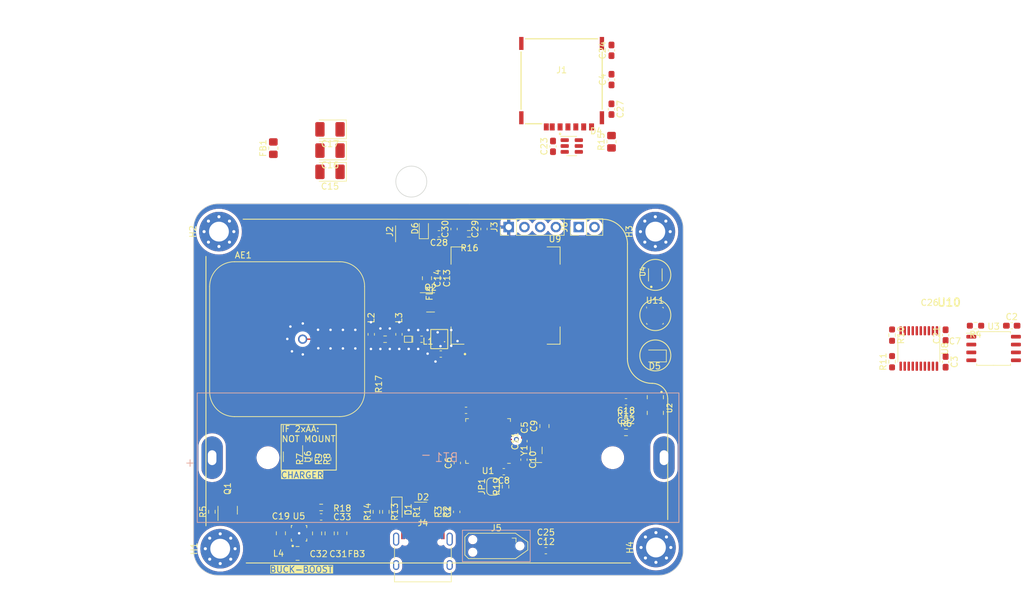
<source format=kicad_pcb>
(kicad_pcb (version 20221018) (generator pcbnew)
  (layers (0 "F.Cu" signal) (1 "In1.Cu" power) (2 "In2.Cu" power) (31 "B.Cu" signal) (34 "B.Paste" user) (35 "F.Paste" user) (36 "B.SilkS" user "B.Silkscreen") (37 "F.SilkS" user "F.Silkscreen") (38 "B.Mask" user) (39 "F.Mask" user) (44 "Edge.Cuts" user))
  (net 0 "")
  (net 3 "/LSE IN")
  (net 6 "/LSE OUT")
  (net 7 "Net-(U2-VDD)")
  (net 8 "/GNSS_ANT_RF")
  (net 9 "/GSM_M_RF")
  (net 10 "Net-(U2-VDDIO)")
  (net 13 "Net-(Q1-G)")
  (net 14 "/_QSPI_NCS")
  (net 15 "/QSPI_CLK")
  (net 16 "/QSPI_IO3")
  (net 17 "/CTS3V")
  (net 20 "Net-(Q2-C)")
  (net 21 "/DTR")
  (net 22 "/RI")
  (net 23 "GNSS_RF")
  (net 24 "/DCD")
  (net 25 "/CTS")
  (net 26 "/RTS")
  (net 27 "/TX")
  (net 31 "+1V8")
  (net 35 "Net-(J6-Pin_1)")
  (net 36 "Net-(J6-Pin_2)")
  (net 37 "Net-(U4-VDD)")
  (net 39 "IMU_INT1")
  (net 40 "/VDD")
  (net 41 "/RST")
  (net 42 "/CLK")
  (net 43 "/DATA")
  (net 60 "/RX")
  (net 61 "IMU_INT2")
  (net 63 "GSM_RF")
  (net 65 "SIM_DETECT")
  (net 66 "/GSM_ANT_RF")
  (net 68 "GND")
  (net 70 "_RESET")
  (net 71 "+5V")
  (net 72 "Net-(U2-CS)")
  (net 73 "USB_P")
  (net 74 "USB_N")
  (net 75 "/USB_CC1")
  (net 77 "/USB_CC2")
  (net 79 "SWDIO")
  (net 80 "SWDCLK")
  (net 81 "SWO")
  (net 84 "+3V3")
  (net 85 "/QSPI_IO2")
  (net 86 "/QSPI_IO1")
  (net 87 "/QSPI_IO0")
  (net 88 "/RX3V")
  (net 89 "SDA")
  (net 90 "SCL")
  (net 91 "Net-(U11-CSB)")
  (net 92 "+BATT")
  (net 93 "Net-(U6-PROG)")
  (net 94 "Net-(U6-STAT)")
  (net 95 "CHARGE_STAT")
  (net 96 "Net-(U8-A8)")
  (net 97 "Net-(U8-B8)")
  (net 98 "USB_VBUS")
  (net 99 "/DCD3V")
  (net 100 "/DTR3V")
  (net 101 "/RI3V")
  (net 102 "/RTS3V")
  (net 105 "/VCC_LNA")
  (net 106 "GSM_EN")
  (net 107 "GNSS_EN")
  (net 108 "/SAW_RF")
  (net 109 "/LNA_RF")
  (net 114 "/TX3V")
  (net 115 "_LIGHT_INT")
  (net 116 "Net-(U11-VDD)")
  (net 117 "/GNSS_M_RF")
  (net 118 "Net-(U5-SS)")
  (net 119 "Net-(U5-PG)")
  (net 120 "/+BATTERY")
  (net 121 "/GND_SHIELD")
  (net 122 "/+GSM_VBAT")
  (net 123 "/+VOUT")
  (net 124 "/+VBUS")
  (net 125 "_LED")
  (net 126 "/+LED")
  (net 127 "/IND1")
  (net 128 "/IND2")
  (net 132 "/BOOT0")
  (footprint "Diode_SMD:D_0603_1608Metric_Pad1.05x0.95mm_HandSolder" (layer "F.Cu") (at 79.6544 119.9782 90)
    (fp_text reference "D6")
    (fp_text value "TVS 5V")
  )
  (footprint "Capacitor_SMD:C_0603_1608Metric_Pad1.08x0.95mm_HandSolder" (layer "F.Cu") (at 100.4912 106.7338 90)
    (fp_text reference "C23")
    (fp_text value "100n")
  )
  (footprint "personal:SON65P200X200X65-7N" (layer "F.Cu") (at 117 127.485 90)
    (fp_text reference "U4")
    (fp_text value "OPT3001DNPR")
  )
  (footprint "Resistor_SMD:R_0603_1608Metric_Pad0.98x0.95mm_HandSolder" (layer "F.Cu") (at 112.268 152.923)
    (fp_text reference "R6")
    (fp_text value "4k7")
  )
  (footprint "Capacitor_SMD:C_0805_2012Metric_Pad1.18x1.45mm_HandSolder" (layer "F.Cu") (at 64.4652 169.2214 90)
    (fp_text reference "C31")
    (fp_text value "10u")
  )
  (footprint "Capacitor_Tantalum_SMD:CP_EIA-3528-15_AVX-H_Pad1.50x2.35mm_HandSolder" (layer "F.Cu") (at 64.5154 107.4166 180)
    (fp_text reference "C16")
    (fp_text value "100uF")
  )
  (footprint "Capacitor_SMD:C_0603_1608Metric" (layer "F.Cu") (at 89.3572 120.0782 90)
    (fp_text reference "C29")
    (fp_text value "0p")
  )
  (footprint "NetTie:NetTie-2_SMD_Pad0.5mm" (layer "F.Cu") (at 115.5 128.5 180)
    (fp_text reference "NT4" hide)
    (fp_text value "NetTie_2" hide)
  )
  (footprint "Connector_PinHeader_2.54mm:PinHeader_1x04_P2.54mm_Vertical" (layer "F.Cu") (at 93.345 119.761 90)
    (fp_text reference "J3")
    (fp_text value "GSM_USB")
  )
  (footprint "Resistor_SMD:R_0603_1608Metric_Pad0.98x0.95mm_HandSolder" (layer "F.Cu") (at 81.91 165.748 -90)
    (fp_text reference "R2")
    (fp_text value "5k1")
  )
  (footprint "Resistor_SMD:R_0603_1608Metric_Pad0.98x0.95mm_HandSolder" (layer "F.Cu") (at 73.528 165.748 -90)
    (fp_text reference "R13")
    (fp_text value "47k")
  )
  (footprint "Resistor_SMD:R_0603_1608Metric_Pad0.98x0.95mm_HandSolder" (layer "F.Cu") (at 62.611 157.226 -90)
    (fp_text reference "R8")
    (fp_text value "47k")
  )
  (footprint "NetTie:NetTie-2_SMD_Pad0.5mm" (layer "F.Cu") (at 114.935 147.97 180)
    (fp_text reference "NT2" hide)
    (fp_text value "NetTie_2" hide)
  )
  (footprint "LED_SMD:LED_0805_2012Metric_Pad1.15x1.40mm_HandSolder" (layer "F.Cu") (at 116.914213 140.575787 180)
    (fp_text reference "D5")
    (fp_text value "LED")
  )
  (footprint "Capacitor_SMD:C_0603_1608Metric_Pad1.08x0.95mm_HandSolder" (layer "F.Cu") (at 99.3405 172.0088)
    (fp_text reference "C12")
    (fp_text value "100n")
  )
  (footprint "Package_TO_SOT_SMD:SOT-23-5" (layer "F.Cu") (at 58.547 156.845 -90)
    (fp_text reference "U6")
    (fp_text value "MCP73831-2-OT")
  )
  (footprint "Inductor_SMD:L_0603_1608Metric" (layer "F.Cu") (at 71.1708 137.0839 90)
    (fp_text reference "L2")
    (fp_text value "0L")
  )
  (footprint "Package_TO_SOT_SMD:SOT-23" (layer "F.Cu") (at 80.7389 131.919)
    (fp_text reference "Q2")
    (fp_text value "DTC143Z")
  )
  (footprint "Capacitor_SMD:C_0603_1608Metric" (layer "F.Cu") (at 84.5312 120.0782 90)
    (fp_text reference "C30")
    (fp_text value "0p")
  )
  (footprint "MountingHole:MountingHole_3.2mm_M3_Pad_Via" (layer "F.Cu") (at 46.802944 171.697056 90)
    (fp_text reference "H1")
    (fp_text value "MountingHole_Pad")
  )
  (footprint "Capacitor_SMD:C_0805_2012Metric_Pad1.18x1.45mm_HandSolder" (layer "F.Cu") (at 62.4332 169.2214 90)
    (fp_text reference "C32")
    (fp_text value "10u")
  )
  (footprint "Capacitor_SMD:C_0603_1608Metric_Pad1.08x0.95mm_HandSolder" (layer "F.Cu") (at 86.4605 149.352)
    (fp_text reference "C7")
    (fp_text value "100n")
  )
  (footprint "Capacitor_SMD:C_0805_2012Metric_Pad1.18x1.45mm_HandSolder" (layer "F.Cu") (at 56.5912 169.2054 -90)
    (fp_text reference "C19")
    (fp_text value "10u")
  )
  (footprint "NetTie:NetTie-2_SMD_Pad0.5mm" (layer "F.Cu") (at 119.126 148.986)
    (fp_text reference "NT5" hide)
    (fp_text value "NetTie_2" hide)
  )
  (footprint "Package_TO_SOT_SMD:SOT-23" (layer "F.Cu") (at 48.006 165.481 90)
    (fp_text reference "Q1")
    (fp_text value "IRLML6401")
  )
  (footprint "MountingHole:MountingHole_3.2mm_M3_Pad_Via" (layer "F.Cu") (at 46.6 120.5 90)
    (fp_text reference "H2")
    (fp_text value "MountingHole_Pad")
  )
  (footprint "Capacitor_SMD:C_0603_1608Metric_Pad1.08x0.95mm_HandSolder" (layer "F.Cu") (at 163.83 141.5288 -90)
    (fp_text reference "C3")
    (fp_text value "100n")
  )
  (footprint "Diode_SMD:D_SOD-323_HandSoldering" (layer "F.Cu") (at 75.306 165.367 -90)
    (fp_text reference "D1")
    (fp_text value "BAT60A")
  )
  (footprint "MountingHole:MountingHole_3.2mm_M3_Pad_Via" (layer "F.Cu") (at 117 120.5 90)
    (fp_text reference "H3")
    (fp_text value "MountingHole_Pad")
  )
  (footprint "Capacitor_SMD:C_0603_1608Metric_Pad1.08x0.95mm_HandSolder" (layer "F.Cu") (at 82.0939 120.8532 180)
    (fp_text reference "C28")
    (fp_text value "100p")
  )
  (footprint "Inductor_SMD:L_1008_2520Metric_Pad1.43x2.20mm_HandSolder" (layer "F.Cu") (at 59.2836 172.4566 180)
    (fp_text reference "L4")
    (fp_text value "1.5uH")
  )
  (footprint "Capacitor_SMD:C_0603_1608Metric" (layer "F.Cu") (at 95.8077 157.3276 -90)
    (fp_text reference "C10")
    (fp_text value "22p")
  )
  (footprint "Resistor_SMD:R_0603_1608Metric_Pad0.98x0.95mm_HandSolder" (layer "F.Cu") (at 64.135 157.226 90)
    (fp_text reference "R9")
    (fp_text value "47k")
  )
  (footprint "Resistor_SMD:R_0603_1608Metric_Pad0.98x0.95mm_HandSolder" (layer "F.Cu") (at 86.9207 120.8532 180)
    (fp_text reference "R16")
    (fp_text value "0R")
  )
  (footprint "Resistor_SMD:R_0603_1608Metric_Pad0.98x0.95mm_HandSolder" (layer "F.Cu") (at 63.0917 165.0398 180)
    (fp_text reference "R18")
    (fp_text value "1M")
  )
  (footprint "Jumper:SolderJumper-2_P1.3mm_Open_RoundedPad1.0x1.5mm" (layer "F.Cu") (at 90.805 161.671 90)
    (fp_text reference "JP1")
    (fp_text value "SolderJumper_2_Open")
  )
  (footprint "Resistor_SMD:R_0603_1608Metric_Pad0.98x0.95mm_HandSolder" (layer "F.Cu") (at 92.837 161.671 90)
    (fp_text reference "R19")
    (fp_text value "10k")
  )
  (footprint "Resistor_SMD:R_0603_1608Metric_Pad0.98x0.95mm_HandSolder" (layer "F.Cu") (at 155.194 141.5053 90)
    (fp_text reference "R11")
    (fp_text value "47k")
  )
  (footprint "Capacitor_SMD:C_0603_1608Metric_Pad1.08x0.95mm_HandSolder" (layer "F.Cu") (at 92.5565 159.258 180)
    (fp_text reference "C8")
    (fp_text value "100n")
  )
  (footprint "Capacitor_SMD:C_0603_1608Metric_Pad1.08x0.95mm_HandSolder" (layer "F.Cu") (at 81.935 128.0226 -90)
    (fp_text reference "C13")
    (fp_text value "100n")
  )
  (footprint "personal:GCT_SIM8066-6-1-14-01-A_REVA" (layer "F.Cu") (at 101.8832 96.2248 180)
    (fp_text reference "J1")
    (fp_text value "Nano SIM")
  )
  (footprint "Capacitor_SMD:C_0603_1608Metric_Pad1.08x0.95mm_HandSolder" (layer "F.Cu") (at 174.498 135.6868)
    (fp_text reference "C2")
    (fp_text value "100n")
  )
  (footprint "Resistor_SMD:R_0603_1608Metric_Pad0.98x0.95mm_HandSolder" (layer "F.Cu") (at 83.434 165.748 90)
    (fp_text reference "R3")
    (fp_text value "1M")
  )
  (footprint "Capacitor_SMD:C_0805_2012Metric_Pad1.18x1.45mm_HandSolder" (layer "F.Cu") (at 80.157 128.0226 -90)
    (fp_text reference "C14")
    (fp_text value "1u")
  )
  (footprint "Capacitor_SMD:C_0603_1608Metric_Pad1.08x0.95mm_HandSolder" (layer "F.Cu") (at 112.268 147.97 180)
    (fp_text reference "C18")
    (fp_text value "100n")
  )
  (footprint "Resistor_SMD:R_0603_1608Metric_Pad0.98x0.95mm_HandSolder" (layer "F.Cu") (at 61.087 157.226 90)
    (fp_text reference "R7")
    (fp_text value "2k5")
  )
  (footprint "personal:QFN50P250X250X100-12N" (layer "F.Cu") (at 59.521 169.2094 90)
    (fp_text reference "U5")
    (fp_text value "TPS63051")
  )
  (footprint "Capacitor_SMD:C_0603_1608Metric_Pad1.08x0.95mm_HandSolder" (layer "F.Cu") (at 82.3933 140.2654 180)
    (fp_text reference "C26")
    (fp_text value "100n")
  )
  (footprint "Capacitor_SMD:C_0603_1608Metric" (layer "F.Cu") (at 95.8077 154.3304 90)
    (fp_text reference "C11")
    (fp_text value "22p")
  )
  (footprint "Capacitor_SMD:C_0603_1608Metric_Pad1.08x0.95mm_HandSolder" (layer "F.Cu") (at 97.3317 152.146 90)
    (fp_text reference "C5")
    (fp_text value "100n")
  )
  (footprint "personal:XDCR_APAE1590R2540AKDB1-T" (layer "F.Cu") (at 57.6016 137.8638 -90)
    (fp_text reference "AE1")
    (fp_text value "GNSS Antenna")
  )
  (footprint "Capacitor_SMD:C_0603_1608Metric_Pad1.08x0.95mm_HandSolder" (layer "F.Cu") (at 112.268 149.621 180)
    (fp_text reference "C22")
    (fp_text value "100n")
  )
  (footprint "Connector_PinHeader_2.54mm:PinHeader_1x02_P2.54mm_Vertical" (layer "F.Cu") (at 104.648 119.761 90)
    (fp_text reference "J6")
    (fp_text value "GSM_DEBUG_UART")
  )
  (footprint "Package_SO:TSSOP-20_4.4x6.5mm_P0.65mm" (layer "F.Cu") (at 159.512 139.3698 -90)
    (fp_text reference "U8")
    (fp_text value "TXB0108PWR")
  )
  (footprint "Resistor_SMD:R_0603_1608Metric_Pad0.98x0.95mm_HandSolder" (layer "F.Cu") (at 155.194 137.2108 -90)
    (fp_text reference "R10")
    (fp_text value "47k")
  )
  (footprint "NetTie:NetTie-2_SMD_Pad0.5mm" (layer "F.Cu") (at 83.2823 139.6304 -90)
    (fp_text reference "NT6" hide)
    (fp_text value "NetTie_2" hide)
  )
  (footprint "Capacitor_Tantalum_SMD:CP_EIA-3528-15_AVX-H_Pad1.50x2.35mm_HandSolder" (layer "F.Cu") (at 64.5154 103.9876 180)
    (fp_text reference "C17")
    (fp_text value "100uF")
  )
  (footprint "Package_LGA:Bosch_LGA-8_2.5x2.5mm_P0.65mm_ClockwisePinNumbering" (layer "F.Cu") (at 116.939213 134.075787)
    (fp_text reference "U11")
    (fp_text value "BME280")
  )
  (footprint "personal:XCVR_SIM7080G" (layer "F.Cu") (at 92.8432 130.824 90)
    (fp_text reference "U9")
    (fp_text value "SIM7080G")
  )
  (footprint "Capacitor_SMD:C_0603_1608Metric_Pad1.08x0.95mm_HandSolder" (layer "F.Cu") (at 109.9252 100.7298 -90)
    (fp_text reference "C27")
    (fp_text value "100n")
  )
  (footprint "Resistor_SMD:R_0603_1608Metric" (layer "F.Cu") (at 73.406 137.8714 180)
    (fp_text reference "R17")
    (fp_text value "0R")
  )
  (footprint "Resistor_SMD:R_0805_2012Metric_Pad1.20x1.40mm_HandSolder" (layer "F.Cu") (at 55.372 107.0196 90)
    (fp_text reference "FB1")
    (fp_text value "330")
  )
  (footprint "personal:BGA524N6E6327" (layer "F.Cu") (at 82.1436 137.8714 90)
    (fp_text reference "U10")
    (fp_text value "BGA 524N6 E6327" hide)
  )
  (footprint "Connector_USB:USB_C_Receptacle_XKB_U262-16XN-4BVC11" (layer "F.Cu") (at 79.502 173.259)
    (fp_text reference "J4")
    (fp_text value "USB Type-C")
  )
  (footprint "Filter:Filter_1109-5_1.1x0.9mm" (layer "F.Cu") (at 77.1144 137.8714 180)
    (fp_text reference "FL1")
    (fp_text value "SAFFB1G56KB0F0A")
  )
  (footprint "Capacitor_SMD:C_0805_2012Metric_Pad1.18x1.45mm_HandSolder" (layer "F.Cu") (at 99.1097 151.892 90)
    (fp_text reference "C9")
    (fp_text value "10u")
  )
  (footprint "personal:PQFN50P250X300X86-14N" (layer "F.Cu") (at 117 148.5 -90)
    (fp_text reference "U2")
    (fp_text value "LSM6DSO")
  )
  (footprint "Resistor_SMD:R_0603_1608Metric_Pad0.98x0.95mm_HandSolder" (layer "F.Cu") (at 45.466 165.735 90)
    (fp_text reference "R5")
    (fp_text value "100k")
  )
  (footprint "Inductor_SMD:L_0603_1608Metric" (layer "F.Cu") (at 75.6412 137.0839 90)
    (fp_text reference "L3")
    (fp_text value "0L")
  )
  (footprint "NetTie:NetTie-2_SMD_Pad0.5mm" (layer "F.Cu") (at 116.078 132.095 180)
    (fp_text reference "NT3" hide)
    (fp_text value "NetTie_2" hide)
  )
  (footprint "Capacitor_SMD:C_0603_1608Metric_Pad1.08x0.95mm_HandSolder" (layer "F.Cu") (at 109.9252 91.2298 90)
    (fp_text reference "C24")
    (fp_text value "100n")
  )
  (footprint "Resistor_SMD:R_0805_2012Metric_Pad1.20x1.40mm_HandSolder" (layer "F.Cu") (at 66.4972 169.2054 90)
    (fp_text reference "FB3")
    (fp_text value "330")
  )
  (footprint "Package_SO:SOIC-8_5.23x5.23mm_P1.27mm" (layer "F.Cu") (at 171.577 139.3698)
    (fp_text reference "U3")
    (fp_text value "W25Q64JV")
  )
  (footprint "Resistor_SMD:R_0805_2012Metric_Pad1.20x1.40mm_HandSolder" (layer "F.Cu") (at 109.9312 105.9848 90)
    (fp_text reference "R15")
    (fp_text value "1k")
  )
  (footprint "Inductor_SMD:L_0603_1608Metric" (layer "F.Cu") (at 79.2988 137.8714 180)
    (fp_text reference "L1")
    (fp_text value "8.2nH")
  )
  (footprint "Package_TO_SOT_SMD:SOT-23-6" (layer "F.Cu") (at 103.5207 106.6748)
    (fp_text reference "D4")
    (fp_text value "SMF05CT1G")
  )
  (footprint "Crystal:Crystal_SMD_EuroQuartz_EQ161-2Pin_3.2x1.5mm" (layer "F.Cu") (at 97.7889 155.829 90)
    (fp_text reference "Y1")
    (fp_text value "32.768")
  )
  (footprint "Package_TO_SOT_SMD:SOT-143" (layer "F.Cu") (at 79.497 165.748)
    (fp_text reference "D2")
    (fp_text value "PRTR5V0U2X")
  )
  (footprint "MountingHole:MountingHole_3.2mm_M3_Pad_Via" (layer "F.Cu") (at 117.1 171.5 90)
    (fp_text reference "H4")
    (fp_text value "MountingHole_Pad")
  )
  (footprint "Capacitor_SMD:C_0603_1608Metric_Pad1.08x0.95mm_HandSolder" (layer "F.Cu") (at 109.9312 95.9518 90)
    (fp_text reference "C4")
    (fp_text value "100n")
  )
  (footprint "NetTie:NetTie-2_SMD_Pad0.5mm" (layer "F.Cu") (at 115.316 135.016 180)
    (fp_text reference "NT7" hide)
    (fp_text value "NetTie_2" hide)
  )
  (footprint "Resistor_SMD:R_0603_1608Metric_Pad0.98x0.95mm_HandSolder" (layer "F.Cu") (at 112.268 151.272)
    (fp_text reference "R12")
    (fp_text value "4k7")
  )
  (footprint "Connector:Tag-Connect_TC2050-IDC-NL_2x05_P1.27mm_Vertical_with_bottom_clip" (layer "F.Cu") (at 91.348 171.254 180)
    (fp_text reference "J5")
    (fp_text value "TagConnect SWD ARM")
  )
  (footprint "Capacitor_SMD:C_0603_1608Metric_Pad1.08x0.95mm_HandSolder" (layer "F.Cu") (at 99.3405 170.4848)
    (fp_text reference "C25")
    (fp_text value "100n")
  )
  (footprint "NetTie:NetTie-2_SMD_Pad0.5mm" (layer "F.Cu") (at 114.935 149.748 180)
    (fp_text reference "NT1" hide)
    (fp_text value "NetTie_2" hide)
  )
  (footprint "Capacitor_Tantalum_SMD:CP_EIA-3528-15_AVX-H_Pad1.50x2.35mm_HandSolder" (layer "F.Cu") (at 64.5154 110.8456 180)
    (fp_text reference "C15")
    (fp_text value "100uF")
  )
  (footprint "Capacitor_SMD:C_0603_1608Metric_Pad1.08x0.95mm_HandSolder" (layer "F.Cu") (at 163.83 137.2108 90)
    (fp_text reference "C21")
    (fp_text value "100n")
  )
  (footprint "Resistor_SMD:R_0603_1608Metric_Pad0.98x0.95mm_HandSolder" (layer "F.Cu") (at 168.656 135.6868 180)
    (fp_text reference "R4")
    (fp_text value "10k")
  )
  (footprint "Resistor_SMD:R_0603_1608Metric_Pad0.98x0.95mm_HandSolder" (layer "F.Cu") (at 72.004 165.748 90)
    (fp_text reference "R14")
    (fp_text value "47k")
  )
  (footprint "Capacitor_SMD:C_0603_1608Metric_Pad1.08x0.95mm_HandSolder" (layer "F.Cu") (at 84.958 165.748 90)
    (fp_text reference "C1")
    (fp_text value "4n7")
  )
  (footprint "Resistor_SMD:R_0603_1608Metric_Pad0.98x0.95mm_HandSolder" (layer "F.Cu") (at 77.084 165.748 -90)
    (fp_text reference "R1")
    (fp_text value "5k1")
  )
  (footprint "Capacitor_SMD:C_0603_1608Metric_Pad1.08x0.95mm_HandSolder" (layer "F.Cu") (at 85.0635 157.861 90)
    (fp_text reference "C6")
    (fp_text value "100n")
  )
  (footprint "personal:HRS_U.FL-R-SMT_01_" (layer "F.Cu") (at 76.4032 120.8532 90)
    (fp_text reference "J2")
    (fp_text value "U.FL Antenna Connector (Male)")
  )
  (footprint "Capacitor_SMD:C_0603_1608Metric_Pad1.08x0.95mm_HandSolder" (layer "F.Cu") (at 63.0917 166.5638)
    (fp_text reference "C33")
    (fp_text value "1n")
  )
  (footprint "Package_DFN_QFN:QFN-48-1EP_7x7mm_P0.5mm_EP5.6x5.6mm" (layer "F.Cu") (at 90.0165 154.305 180)
    (fp_text reference "U1")
    (fp_text value "STM32L433CBUx")
  )
  (footprint "personal:BAT_BH-18650-PC" (layer "B.Cu") (at 81.95 157 180)
    (fp_text reference "BT1")
    (fp_text value "18650 Li-Ion")
  )
  (gr_line (start 84.005149 137.4648) (end 82.3468 137.4648) (stroke (width 0.2032)) (layer "F.Cu"))
  (gr_arc (start 86.545149 134.9248) (mid 85.8012 136.720851) (end 84.005149 137.4648) (stroke (width 0.2032)) (layer "F.Cu"))
  (gr_arc (start 108.5088 118.5042) (mid 111.337227 119.675773) (end 112.5088 122.5042) (stroke (width 0.15)) (layer "F.SilkS"))
  (gr_arc (start 116.5 145) (mid 118.267767 145.732233) (end 119 147.5) (stroke (width 0.15)) (layer "F.SilkS"))
  (gr_line (start 113 174) (end 51 174) (stroke (width 0.15)) (layer "F.SilkS"))
  (gr_rect (start 80.7688 136.303) (end 83.512 139.4018) (stroke (width 0.15)) (fill none) (layer "F.SilkS"))
  (gr_line (start 119 147.5) (end 119 167) (stroke (width 0.15)) (layer "F.SilkS"))
  (gr_line (start 50.5 118.49) (end 108.5 118.5) (stroke (width 0.15)) (layer "F.SilkS"))
  (gr_line (start 44.5 168) (end 44.5 124.5) (stroke (width 0.15)) (layer "F.SilkS"))
  (gr_circle (center 117 140.49) (end 117 137.99) (stroke (width 0.15)) (fill none) (layer "F.SilkS"))
  (gr_circle (center 117 127.485) (end 117 124.985) (stroke (width 0.15)) (fill none) (layer "F.SilkS"))
  (gr_line (start 112.5 122.5) (end 112.5 141) (stroke (width 0.15)) (layer "F.SilkS"))
  (gr_rect (start 56.642 151.638) (end 65.532 159.004) (stroke (width 0.15)) (fill none) (layer "F.SilkS"))
  (gr_arc (start 116.5 145) (mid 113.671573 143.828427) (end 112.5 141) (stroke (width 0.15)) (layer "F.SilkS"))
  (gr_circle (center 117 133.975) (end 117 131.475) (stroke (width 0.15)) (fill none) (layer "F.SilkS"))
  (gr_line (start 87 116) (end 117.5 116) (stroke (width 0.1)) (layer "Edge.Cuts"))
  (gr_line (start 121.5 172) (end 121.5 120) (stroke (width 0.1)) (layer "Edge.Cuts"))
  (gr_arc (start 42.5 120) (mid 43.671564 117.171564) (end 46.5 116) (stroke (width 0.1)) (layer "Edge.Cuts"))
  (gr_line (start 46.5 116) (end 87 116) (stroke (width 0.1)) (layer "Edge.Cuts"))
  (gr_arc (start 117.5 116) (mid 120.328427 117.171573) (end 121.5 120) (stroke (width 0.1)) (layer "Edge.Cuts"))
  (gr_arc (start 46.5 176) (mid 43.671577 174.828423) (end 42.5 172) (stroke (width 0.1)) (layer "Edge.Cuts"))
  (gr_arc (start 121.5 172) (mid 120.328422 174.828414) (end 117.5 176) (stroke (width 0.1)) (layer "Edge.Cuts"))
  (gr_circle (center 77.6332 112.4204) (end 75.1332 112.4204) (stroke (width 0.1)) (fill none) (layer "Edge.Cuts"))
  (gr_line (start 117.5 176) (end 46.5 176) (stroke (width 0.1)) (layer "Edge.Cuts"))
  (gr_line (start 42.5 172) (end 42.5 120) (stroke (width 0.1)) (layer "Edge.Cuts"))
  (gr_text "CHARGER" (at 56.515 160.401) (layer "F.SilkS" knockout) (effects (font (size 1 1)) (justify left bottom)))
  (gr_text "BUCK-BOOST" (at 54.737 175.641) (layer "F.SilkS" knockout) (effects (font (size 1 1)) (justify left bottom)))
  (gr_text "IF 2xAA:\nNOT MOUNT " (at 56.642 154.559) (layer "F.SilkS") (effects (font (size 1 1)) (justify left bottom)))
  (segment (start 72.581 137.8714) (end 71.1708 137.8714) (width 0.2032) (layer "F.Cu") (net 8))
  (segment (start 60.0508 137.8638) (end 71.1408 137.8638) (width 0.2032) (layer "F.Cu") (net 8))
  (segment (start 84.5312 120.8532) (end 82.9564 120.8532) (width 0.2032) (layer "F.Cu") (net 9))
  (segment (start 86.0082 120.8532) (end 84.5312 120.8532) (width 0.2032) (layer "F.Cu") (net 9))
  (segment (start 84.005149 137.4648) (end 82.3468 137.4648) (width 0.2032) (layer "F.Cu") (net 23))
  (arc (start 86.545149 134.9248) (mid 85.8012 136.720851) (end 84.005149 137.4648) (width 0.2032) (layer "F.Cu") (net 23))
  (arc (start 86.545149 134.9248) (mid 85.8012 136.720851) (end 84.005149 137.4648) (width 0.2032) (layer "F.Cu") (net 23))
  (segment (start 87.8932 120.9132) (end 87.8332 120.8532) (width 0.2032) (layer "F.Cu") (net 63))
  (segment (start 87.8932 122.974) (end 87.8932 120.9132) (width 0.2032) (layer "F.Cu") (net 63))
  (segment (start 87.8332 120.8532) (end 89.3572 120.8532) (width 0.2032) (layer "F.Cu") (net 63))
  (segment (start 81.2314 120.8532) (end 79.6544 120.8532) (width 0.2032) (layer "F.Cu") (net 66))
  (segment (start 79.6544 120.8532) (end 77.9532 120.8532) (width 0.2032) (layer "F.Cu") (net 66))
  (segment (start 81.9182 137.4714) (end 81.9182 136.792) (width 0.2032) (layer "F.Cu") (net 68))
  (segment (start 81.9182 136.792) (end 81.8864 136.7602) (width 0.2032) (layer "F.Cu") (net 68))
  (segment (start 82.3182 139.478) (end 81.5308 140.2654) (width 0.2032) (layer "F.Cu") (net 68))
  (segment (start 82.3182 139.0208) (end 82.3182 139.478) (width 0.2032) (layer "F.Cu") (net 68))
  (segment (start 82.3436 138.9954) (end 82.3182 139.0208) (width 0.2032) (layer "F.Cu") (net 68))
  (segment (start 82.3182 138.2714) (end 82.3182 138.97) (width 0.2032) (layer "F.Cu") (net 68))
  (segment (start 82.3182 138.97) (end 82.3436 138.9954) (width 0.2032) (layer "F.Cu") (net 68))
  (via (at 80.264 136.398) (size 0.8) (drill 0.4) (layers "F.Cu" "B.Cu") (net 68))
  (via (at 58.378369 139.829647) (size 0.8) (drill 0.4) (layers "F.Cu" "B.Cu") (net 68))
  (via (at 78.74 136.398) (size 0.8) (drill 0.4) (layers "F.Cu" "B.Cu") (net 68))
  (via (at 59.5376 169.2054) (size 0.8) (drill 0.4) (layers "F.Cu" "B.Cu") (net 68))
  (via (at 68.6016 136.3638) (size 0.8) (drill 0.4) (layers "F.Cu" "B.Cu") (net 68))
  (via (at 71.12 135.128) (size 0.8) (drill 0.4) (layers "F.Cu" "B.Cu") (net 68))
  (via (at 64.6016 139.3638) (size 0.8) (drill 0.4) (layers "F.Cu" "B.Cu") (net 68))
  (via (at 81.534 141.478) (size 0.8) (drill 0.4) (layers "F.Cu" "B.Cu") (net 68))
  (via (at 75.692 135.128) (size 0.8) (drill 0.4) (layers "F.Cu" "B.Cu") (net 68))
  (via (at 58.128369 135.829647) (size 0.8) (drill 0.4) (layers "F.Cu" "B.Cu") (net 68))
  (via (at 81.8864 136.7602) (size 0.8) (drill 0.4) (layers "F.Cu" "B.Cu") (net 68))
  (via (at 74.168 139.446) (size 0.8) (drill 0.4) (layers "F.Cu" "B.Cu") (net 68))
  (via (at 66.6016 139.3638) (size 0.8) (drill 0.4) (layers "F.Cu" "B.Cu") (net 68))
  (via (at 62.628369 139.329647) (size 0.8) (drill 0.4) (layers "F.Cu" "B.Cu") (net 68))
  (via (at 64.6016 136.3638) (size 0.8) (drill 0.4) (layers "F.Cu" "B.Cu") (net 68))
  (via (at 57.628369 137.829647) (size 0.8) (drill 0.4) (layers "F.Cu" "B.Cu") (net 68))
  (via (at 78.74 139.446) (size 0.8) (drill 0.4) (layers "F.Cu" "B.Cu") (net 68))
  (via (at 72.644 139.446) (size 0.8) (drill 0.4) (layers "F.Cu" "B.Cu") (net 68))
  (via (at 68.6016 139.3638) (size 0.8) (drill 0.4) (layers "F.Cu" "B.Cu") (net 68))
  (via (at 60.128369 140.329647) (size 0.8) (drill 0.4) (layers "F.Cu" "B.Cu") (net 68))
  (via (at 62.5856 136.3472) (size 0.8) (drill 0.4) (layers "F.Cu" "B.Cu") (net 68))
  (via (at 84.074 136.398) (size 0.8) (drill 0.4) (layers "F.Cu" "B.Cu") (net 68))
  (via (at 77.216 136.398) (size 0.8) (drill 0.4) (layers "F.Cu" "B.Cu") (net 68))
  (via (at 66.6016 136.3638) (size 0.8) (drill 0.4) (layers "F.Cu" "B.Cu") (net 68))
  (via (at 75.692 139.446) (size 0.8) (drill 0.4) (layers "F.Cu" "B.Cu") (net 68))
  (via (at 72.644 136.144) (size 0.8) (drill 0.4) (layers "F.Cu" "B.Cu") (net 68))
  (via (at 85.09 138.176) (size 0.8) (drill 0.4) (layers "F.Cu" "B.Cu") (net 68))
  (via (at 74.168 136.144) (size 0.8) (drill 0.4) (layers "F.Cu" "B.Cu") (net 68))
  (via (at 77.216 139.446) (size 0.8) (drill 0.4) (layers "F.Cu" "B.Cu") (net 68))
  (via (at 82.3436 138.9954) (size 0.8) (drill 0.4) (layers "F.Cu" "B.Cu") (net 68))
  (via (at 71.12 139.446) (size 0.8) (drill 0.4) (layers "F.Cu" "B.Cu") (net 68))
  (via (at 80.264 140.208) (size 0.8) (drill 0.4) (layers "F.Cu" "B.Cu") (net 68))
  (via (at 60.128369 135.329647) (size 0.8) (drill 0.4) (layers "F.Cu" "B.Cu") (net 68))
  (via (at 84.074 138.938) (size 0.8) (drill 0.4) (layers "F.Cu" "B.Cu") (net 68))
  (via (at 94.5885 154.051) (size 0.8) (drill 0.4) (layers "F.Cu" "B.Cu") (net 70))
  (segment (start 77.4994 137.8714) (end 78.5113 137.8714) (width 0.2032) (layer "F.Cu") (net 108))
  (segment (start 81.9436 137.8714) (end 80.0863 137.8714) (width 0.2032) (layer "F.Cu") (net 109))
  (segment (start 76.7294 138.1214) (end 75.8912 138.1214) (width 0.2032) (layer "F.Cu") (net 117))
  (segment (start 75.6412 137.8714) (end 74.231 137.8714) (width 0.2032) (layer "F.Cu") (net 117))
  (segment (start 75.8912 138.1214) (end 75.6412 137.8714) (width 0.2032) (layer "F.Cu") (net 117))
  (zone (net 128) (net_name "/IND2") (layer "F.Cu") (priority 3) (connect_pads yes (clearance 0)) (min_thickness 0.25) (fill yes (thermal_gap 0.5) (thermal_bridge_width 0.5))
    (polygon (pts (xy 59.6392 170.7294) (xy 59.6392 173.5742) (xy 61.1632 173.5742) (xy 61.1632 171.339) (xy 60.2996 171.339) (xy 59.8932 170.7802) (xy 59.8932 170.7294)))
  )
  (zone (net 127) (net_name "/IND1") (layer "F.Cu") (priority 3) (connect_pads yes (clearance 0)) (min_thickness 0.25) (fill yes (thermal_gap 0.5) (thermal_bridge_width 0.5))
    (polygon (pts (xy 58.9026 170.7294) (xy 58.9026 173.5742) (xy 57.3786 173.5742) (xy 57.3786 171.339) (xy 58.2422 171.339) (xy 58.6486 170.7802) (xy 58.6486 170.7294)))
  )
  (zone (net 92) (net_name "+BATT") (layer "F.Cu") (priority 2) (connect_pads yes (clearance 0)) (min_thickness 0.25) (fill yes (thermal_gap 0.5) (thermal_bridge_width 0.5))
    (polygon (pts (xy 58.9026 167.5892) (xy 58.9026 169.5958) (xy 57.8866 169.5958) (xy 57.3024 168.7576) (xy 56.2102 168.7576) (xy 56.2102 167.5892)))
  )
  (zone (net 123) (net_name "/+VOUT") (layer "F.Cu") (priority 1) (connect_pads yes (clearance 0)) (min_thickness 0.25) (fill yes (thermal_gap 0.5) (thermal_bridge_width 0.5))
    (polygon (pts (xy 60.198 169.3418) (xy 60.198 170.815) (xy 67.183 170.815) (xy 67.183 169.291)))
  )
  (zone (net 0) (net_name "") (layer "F.Cu") (connect_pads (clearance 0)) (min_thickness 0.25)
    (keepout (tracks allowed) (vias allowed) (pads allowed) (copperpour not_allowed) (footprints allowed))
    (fill (thermal_gap 0.5) (thermal_bridge_width 0.5) (island_removal_mode 1) (island_area_min 10))
    (polygon (pts (xy 62.104785 137.813624) (xy 62.084428 137.528994) (xy 62.023771 137.250159) (xy 61.924049 136.982794) (xy 61.787292 136.732342) (xy 61.616284 136.503903) (xy 61.414506 136.302125) (xy 61.186067 136.131117) (xy 60.935615 135.99436) (xy 60.66825 135.894638) (xy 60.389415 135.833981) (xy 60.104785 135.813624) (xy 59.820155 135.833981) (xy 59.54132 135.894638) (xy 59.273955 135.99436) (xy 59.023503 136.131117) (xy 58.795064 136.302125) (xy 58.593286 136.503903) (xy 58.422278 136.732342) (xy 58.285521 136.982794) (xy 58.185799 137.250159) (xy 58.125142 137.528994) (xy 58.104785 137.813624) (xy 58.125142 138.098254) (xy 58.185799 138.377089) (xy 58.285521 138.644454) (xy 58.422278 138.894906) (xy 58.593286 139.123345) (xy 58.795064 139.325123) (xy 59.023503 139.496131) (xy 59.273955 139.632888) (xy 59.54132 139.73261) (xy 59.820155 139.793267) (xy 60.104785 139.813624) (xy 60.389415 139.793267) (xy 60.66825 139.73261) (xy 60.935615 139.632888) (xy 61.186067 139.496131) (xy 61.414506 139.325123) (xy 61.616284 139.123345) (xy 61.787292 138.894906) (xy 61.924049 138.644454) (xy 62.023771 138.377089) (xy 62.084428 138.098254)))
  )
  (zone (net 68) (net_name "GND") (layers "F.Cu" "In1.Cu" "In2.Cu" "B.Cu") (connect_pads (clearance 0.5)) (min_thickness 0.25) (fill yes (thermal_gap 0.5) (thermal_bridge_width 0.5))
    (polygon (pts (xy 42.291 115.824) (xy 42.418 115.951) (xy 42.545 176.022) (xy 121.539 176.022) (xy 121.539 115.951)))
  )
)
</source>
